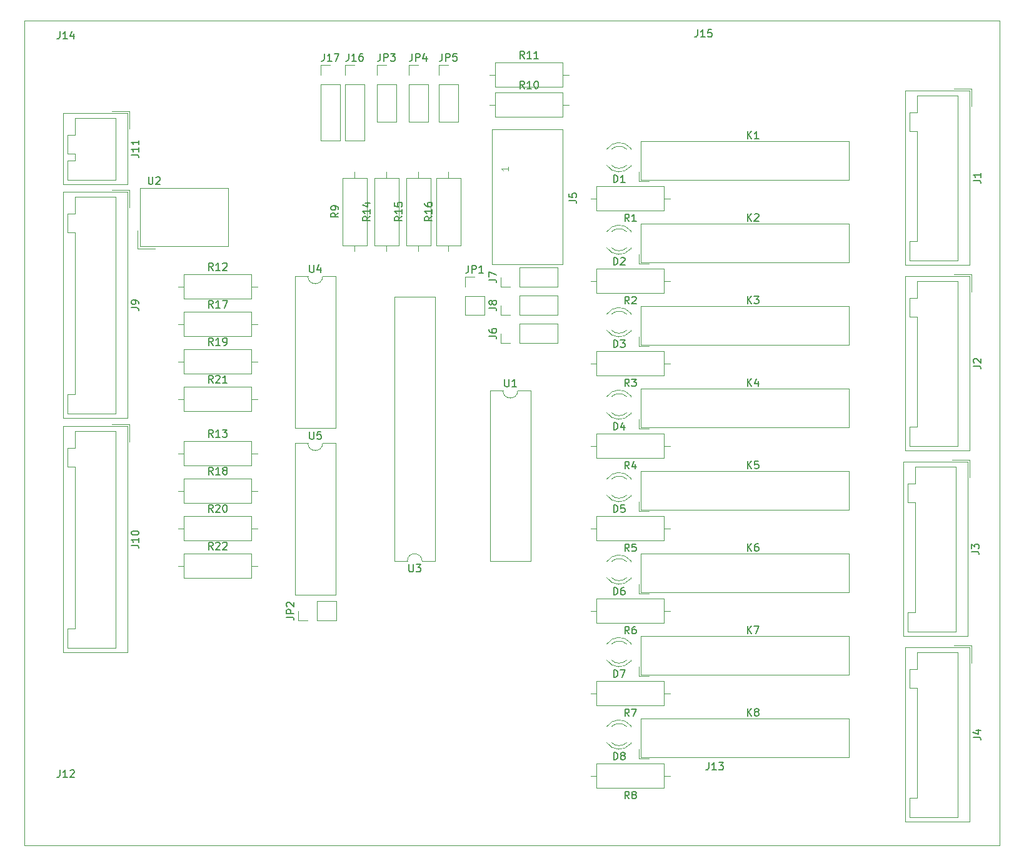
<source format=gbr>
G04 #@! TF.GenerationSoftware,KiCad,Pcbnew,(5.1.4)-1*
G04 #@! TF.CreationDate,2019-10-02T08:10:23+02:00*
G04 #@! TF.ProjectId,I2C_IO,4932435f-494f-42e6-9b69-6361645f7063,rev?*
G04 #@! TF.SameCoordinates,Original*
G04 #@! TF.FileFunction,Legend,Top*
G04 #@! TF.FilePolarity,Positive*
%FSLAX46Y46*%
G04 Gerber Fmt 4.6, Leading zero omitted, Abs format (unit mm)*
G04 Created by KiCad (PCBNEW (5.1.4)-1) date 2019-10-02 08:10:23*
%MOMM*%
%LPD*%
G04 APERTURE LIST*
%ADD10C,0.050000*%
%ADD11C,0.120000*%
%ADD12C,0.150000*%
G04 APERTURE END LIST*
D10*
X132080000Y-35560000D02*
X264160000Y-35560000D01*
X132080000Y-147320000D02*
X132080000Y-35560000D01*
X264160000Y-147320000D02*
X132080000Y-147320000D01*
X264160000Y-35560000D02*
X264160000Y-147320000D01*
D11*
X172152000Y-41596000D02*
X173482000Y-41596000D01*
X172152000Y-42926000D02*
X172152000Y-41596000D01*
X172152000Y-44196000D02*
X174812000Y-44196000D01*
X174812000Y-44196000D02*
X174812000Y-51876000D01*
X172152000Y-44196000D02*
X172152000Y-51876000D01*
X172152000Y-51876000D02*
X174812000Y-51876000D01*
X175454000Y-41596000D02*
X176784000Y-41596000D01*
X175454000Y-42926000D02*
X175454000Y-41596000D01*
X175454000Y-44196000D02*
X178114000Y-44196000D01*
X178114000Y-44196000D02*
X178114000Y-51876000D01*
X175454000Y-44196000D02*
X175454000Y-51876000D01*
X175454000Y-51876000D02*
X178114000Y-51876000D01*
X146292000Y-47844000D02*
X146292000Y-50254000D01*
X143882000Y-47844000D02*
X146292000Y-47844000D01*
X144382000Y-57154000D02*
X144382000Y-48754000D01*
X137882000Y-57154000D02*
X144382000Y-57154000D01*
X137882000Y-54554000D02*
X137882000Y-57154000D01*
X138882000Y-54554000D02*
X137882000Y-54554000D01*
X138882000Y-53654000D02*
X138882000Y-54554000D01*
X137882000Y-53654000D02*
X138882000Y-53654000D01*
X137882000Y-51054000D02*
X137882000Y-53654000D01*
X138882000Y-51054000D02*
X137882000Y-51054000D01*
X138882000Y-48754000D02*
X138882000Y-51054000D01*
X144382000Y-48754000D02*
X138882000Y-48754000D01*
X145992000Y-57764000D02*
X145992000Y-48144000D01*
X137272000Y-57764000D02*
X145992000Y-57764000D01*
X137272000Y-48144000D02*
X137272000Y-57764000D01*
X145992000Y-48144000D02*
X137272000Y-48144000D01*
X172450000Y-92844000D02*
G75*
G02X170450000Y-92844000I-1000000J0D01*
G01*
X174220000Y-92844000D02*
X172450000Y-92844000D01*
X174220000Y-113404000D02*
X174220000Y-92844000D01*
X168680000Y-113404000D02*
X174220000Y-113404000D01*
X168680000Y-92844000D02*
X168680000Y-113404000D01*
X170450000Y-92844000D02*
X168680000Y-92844000D01*
X172450000Y-70238000D02*
G75*
G02X170450000Y-70238000I-1000000J0D01*
G01*
X174220000Y-70238000D02*
X172450000Y-70238000D01*
X174220000Y-90798000D02*
X174220000Y-70238000D01*
X168680000Y-90798000D02*
X174220000Y-90798000D01*
X168680000Y-70238000D02*
X168680000Y-90798000D01*
X170450000Y-70238000D02*
X168680000Y-70238000D01*
X183912000Y-108832000D02*
G75*
G02X185912000Y-108832000I1000000J0D01*
G01*
X182142000Y-108832000D02*
X183912000Y-108832000D01*
X182142000Y-73032000D02*
X182142000Y-108832000D01*
X187682000Y-73032000D02*
X182142000Y-73032000D01*
X187682000Y-108832000D02*
X187682000Y-73032000D01*
X185912000Y-108832000D02*
X187682000Y-108832000D01*
X147710000Y-66128000D02*
X147710000Y-58278000D01*
X147710000Y-58278000D02*
X159650000Y-58278000D01*
X159650000Y-58278000D02*
X159650000Y-66128000D01*
X159650000Y-66128000D02*
X147710000Y-66128000D01*
X147380000Y-64008000D02*
X147380000Y-66458000D01*
X147380000Y-66458000D02*
X149710000Y-66458000D01*
X198866000Y-85732000D02*
G75*
G02X196866000Y-85732000I-1000000J0D01*
G01*
X200636000Y-85732000D02*
X198866000Y-85732000D01*
X200636000Y-108832000D02*
X200636000Y-85732000D01*
X195096000Y-108832000D02*
X200636000Y-108832000D01*
X195096000Y-85732000D02*
X195096000Y-108832000D01*
X196866000Y-85732000D02*
X195096000Y-85732000D01*
X163612000Y-109474000D02*
X162802000Y-109474000D01*
X152872000Y-109474000D02*
X153682000Y-109474000D01*
X162802000Y-107814000D02*
X153682000Y-107814000D01*
X162802000Y-111134000D02*
X162802000Y-107814000D01*
X153682000Y-111134000D02*
X162802000Y-111134000D01*
X153682000Y-107814000D02*
X153682000Y-111134000D01*
X163612000Y-86868000D02*
X162802000Y-86868000D01*
X152872000Y-86868000D02*
X153682000Y-86868000D01*
X162802000Y-85208000D02*
X153682000Y-85208000D01*
X162802000Y-88528000D02*
X162802000Y-85208000D01*
X153682000Y-88528000D02*
X162802000Y-88528000D01*
X153682000Y-85208000D02*
X153682000Y-88528000D01*
X163612000Y-104394000D02*
X162802000Y-104394000D01*
X152872000Y-104394000D02*
X153682000Y-104394000D01*
X162802000Y-102734000D02*
X153682000Y-102734000D01*
X162802000Y-106054000D02*
X162802000Y-102734000D01*
X153682000Y-106054000D02*
X162802000Y-106054000D01*
X153682000Y-102734000D02*
X153682000Y-106054000D01*
X163612000Y-81788000D02*
X162802000Y-81788000D01*
X152872000Y-81788000D02*
X153682000Y-81788000D01*
X162802000Y-80128000D02*
X153682000Y-80128000D01*
X162802000Y-83448000D02*
X162802000Y-80128000D01*
X153682000Y-83448000D02*
X162802000Y-83448000D01*
X153682000Y-80128000D02*
X153682000Y-83448000D01*
X163612000Y-99314000D02*
X162802000Y-99314000D01*
X152872000Y-99314000D02*
X153682000Y-99314000D01*
X162802000Y-97654000D02*
X153682000Y-97654000D01*
X162802000Y-100974000D02*
X162802000Y-97654000D01*
X153682000Y-100974000D02*
X162802000Y-100974000D01*
X153682000Y-97654000D02*
X153682000Y-100974000D01*
X163612000Y-76708000D02*
X162802000Y-76708000D01*
X152872000Y-76708000D02*
X153682000Y-76708000D01*
X162802000Y-75048000D02*
X153682000Y-75048000D01*
X162802000Y-78368000D02*
X162802000Y-75048000D01*
X153682000Y-78368000D02*
X162802000Y-78368000D01*
X153682000Y-75048000D02*
X153682000Y-78368000D01*
X189484000Y-56098000D02*
X189484000Y-56908000D01*
X189484000Y-66838000D02*
X189484000Y-66028000D01*
X187824000Y-56908000D02*
X187824000Y-66028000D01*
X191144000Y-56908000D02*
X187824000Y-56908000D01*
X191144000Y-66028000D02*
X191144000Y-56908000D01*
X187824000Y-66028000D02*
X191144000Y-66028000D01*
X185420000Y-56098000D02*
X185420000Y-56908000D01*
X185420000Y-66838000D02*
X185420000Y-66028000D01*
X183760000Y-56908000D02*
X183760000Y-66028000D01*
X187080000Y-56908000D02*
X183760000Y-56908000D01*
X187080000Y-66028000D02*
X187080000Y-56908000D01*
X183760000Y-66028000D02*
X187080000Y-66028000D01*
X181102000Y-56098000D02*
X181102000Y-56908000D01*
X181102000Y-66838000D02*
X181102000Y-66028000D01*
X179442000Y-56908000D02*
X179442000Y-66028000D01*
X182762000Y-56908000D02*
X179442000Y-56908000D01*
X182762000Y-66028000D02*
X182762000Y-56908000D01*
X179442000Y-66028000D02*
X182762000Y-66028000D01*
X163612000Y-94234000D02*
X162802000Y-94234000D01*
X152872000Y-94234000D02*
X153682000Y-94234000D01*
X162802000Y-92574000D02*
X153682000Y-92574000D01*
X162802000Y-95894000D02*
X162802000Y-92574000D01*
X153682000Y-95894000D02*
X162802000Y-95894000D01*
X153682000Y-92574000D02*
X153682000Y-95894000D01*
X163612000Y-71628000D02*
X162802000Y-71628000D01*
X152872000Y-71628000D02*
X153682000Y-71628000D01*
X162802000Y-69968000D02*
X153682000Y-69968000D01*
X162802000Y-73288000D02*
X162802000Y-69968000D01*
X153682000Y-73288000D02*
X162802000Y-73288000D01*
X153682000Y-69968000D02*
X153682000Y-73288000D01*
X205776000Y-42926000D02*
X204966000Y-42926000D01*
X195036000Y-42926000D02*
X195846000Y-42926000D01*
X204966000Y-41266000D02*
X195846000Y-41266000D01*
X204966000Y-44586000D02*
X204966000Y-41266000D01*
X195846000Y-44586000D02*
X204966000Y-44586000D01*
X195846000Y-41266000D02*
X195846000Y-44586000D01*
X205776000Y-46990000D02*
X204966000Y-46990000D01*
X195036000Y-46990000D02*
X195846000Y-46990000D01*
X204966000Y-45330000D02*
X195846000Y-45330000D01*
X204966000Y-48650000D02*
X204966000Y-45330000D01*
X195846000Y-48650000D02*
X204966000Y-48650000D01*
X195846000Y-45330000D02*
X195846000Y-48650000D01*
X176784000Y-56098000D02*
X176784000Y-56908000D01*
X176784000Y-66838000D02*
X176784000Y-66028000D01*
X175124000Y-56908000D02*
X175124000Y-66028000D01*
X178444000Y-56908000D02*
X175124000Y-56908000D01*
X178444000Y-66028000D02*
X178444000Y-56908000D01*
X175124000Y-66028000D02*
X178444000Y-66028000D01*
X208752000Y-137922000D02*
X209562000Y-137922000D01*
X219492000Y-137922000D02*
X218682000Y-137922000D01*
X209562000Y-139582000D02*
X218682000Y-139582000D01*
X209562000Y-136262000D02*
X209562000Y-139582000D01*
X218682000Y-136262000D02*
X209562000Y-136262000D01*
X218682000Y-139582000D02*
X218682000Y-136262000D01*
X208752000Y-126746000D02*
X209562000Y-126746000D01*
X219492000Y-126746000D02*
X218682000Y-126746000D01*
X209562000Y-128406000D02*
X218682000Y-128406000D01*
X209562000Y-125086000D02*
X209562000Y-128406000D01*
X218682000Y-125086000D02*
X209562000Y-125086000D01*
X218682000Y-128406000D02*
X218682000Y-125086000D01*
X208752000Y-115570000D02*
X209562000Y-115570000D01*
X219492000Y-115570000D02*
X218682000Y-115570000D01*
X209562000Y-117230000D02*
X218682000Y-117230000D01*
X209562000Y-113910000D02*
X209562000Y-117230000D01*
X218682000Y-113910000D02*
X209562000Y-113910000D01*
X218682000Y-117230000D02*
X218682000Y-113910000D01*
X208752000Y-104394000D02*
X209562000Y-104394000D01*
X219492000Y-104394000D02*
X218682000Y-104394000D01*
X209562000Y-106054000D02*
X218682000Y-106054000D01*
X209562000Y-102734000D02*
X209562000Y-106054000D01*
X218682000Y-102734000D02*
X209562000Y-102734000D01*
X218682000Y-106054000D02*
X218682000Y-102734000D01*
X208752000Y-93218000D02*
X209562000Y-93218000D01*
X219492000Y-93218000D02*
X218682000Y-93218000D01*
X209562000Y-94878000D02*
X218682000Y-94878000D01*
X209562000Y-91558000D02*
X209562000Y-94878000D01*
X218682000Y-91558000D02*
X209562000Y-91558000D01*
X218682000Y-94878000D02*
X218682000Y-91558000D01*
X208752000Y-82042000D02*
X209562000Y-82042000D01*
X219492000Y-82042000D02*
X218682000Y-82042000D01*
X209562000Y-83702000D02*
X218682000Y-83702000D01*
X209562000Y-80382000D02*
X209562000Y-83702000D01*
X218682000Y-80382000D02*
X209562000Y-80382000D01*
X218682000Y-83702000D02*
X218682000Y-80382000D01*
X208752000Y-70866000D02*
X209562000Y-70866000D01*
X219492000Y-70866000D02*
X218682000Y-70866000D01*
X209562000Y-72526000D02*
X218682000Y-72526000D01*
X209562000Y-69206000D02*
X209562000Y-72526000D01*
X218682000Y-69206000D02*
X209562000Y-69206000D01*
X218682000Y-72526000D02*
X218682000Y-69206000D01*
X208752000Y-59690000D02*
X209562000Y-59690000D01*
X219492000Y-59690000D02*
X218682000Y-59690000D01*
X209562000Y-61350000D02*
X218682000Y-61350000D01*
X209562000Y-58030000D02*
X209562000Y-61350000D01*
X218682000Y-58030000D02*
X209562000Y-58030000D01*
X218682000Y-61350000D02*
X218682000Y-58030000D01*
X215522000Y-130172000D02*
X243722000Y-130172000D01*
X243722000Y-130172000D02*
X243722000Y-135372000D01*
X243722000Y-135372000D02*
X215522000Y-135372000D01*
X215522000Y-135372000D02*
X215522000Y-130172000D01*
X216622000Y-135572000D02*
X215322000Y-135572000D01*
X215322000Y-135572000D02*
X215322000Y-134272000D01*
X215522000Y-118996000D02*
X243722000Y-118996000D01*
X243722000Y-118996000D02*
X243722000Y-124196000D01*
X243722000Y-124196000D02*
X215522000Y-124196000D01*
X215522000Y-124196000D02*
X215522000Y-118996000D01*
X216622000Y-124396000D02*
X215322000Y-124396000D01*
X215322000Y-124396000D02*
X215322000Y-123096000D01*
X215522000Y-107820000D02*
X243722000Y-107820000D01*
X243722000Y-107820000D02*
X243722000Y-113020000D01*
X243722000Y-113020000D02*
X215522000Y-113020000D01*
X215522000Y-113020000D02*
X215522000Y-107820000D01*
X216622000Y-113220000D02*
X215322000Y-113220000D01*
X215322000Y-113220000D02*
X215322000Y-111920000D01*
X215522000Y-96644000D02*
X243722000Y-96644000D01*
X243722000Y-96644000D02*
X243722000Y-101844000D01*
X243722000Y-101844000D02*
X215522000Y-101844000D01*
X215522000Y-101844000D02*
X215522000Y-96644000D01*
X216622000Y-102044000D02*
X215322000Y-102044000D01*
X215322000Y-102044000D02*
X215322000Y-100744000D01*
X215522000Y-85468000D02*
X243722000Y-85468000D01*
X243722000Y-85468000D02*
X243722000Y-90668000D01*
X243722000Y-90668000D02*
X215522000Y-90668000D01*
X215522000Y-90668000D02*
X215522000Y-85468000D01*
X216622000Y-90868000D02*
X215322000Y-90868000D01*
X215322000Y-90868000D02*
X215322000Y-89568000D01*
X215522000Y-74292000D02*
X243722000Y-74292000D01*
X243722000Y-74292000D02*
X243722000Y-79492000D01*
X243722000Y-79492000D02*
X215522000Y-79492000D01*
X215522000Y-79492000D02*
X215522000Y-74292000D01*
X216622000Y-79692000D02*
X215322000Y-79692000D01*
X215322000Y-79692000D02*
X215322000Y-78392000D01*
X215522000Y-63116000D02*
X243722000Y-63116000D01*
X243722000Y-63116000D02*
X243722000Y-68316000D01*
X243722000Y-68316000D02*
X215522000Y-68316000D01*
X215522000Y-68316000D02*
X215522000Y-63116000D01*
X216622000Y-68516000D02*
X215322000Y-68516000D01*
X215322000Y-68516000D02*
X215322000Y-67216000D01*
X215522000Y-51940000D02*
X243722000Y-51940000D01*
X243722000Y-51940000D02*
X243722000Y-57140000D01*
X243722000Y-57140000D02*
X215522000Y-57140000D01*
X215522000Y-57140000D02*
X215522000Y-51940000D01*
X216622000Y-57340000D02*
X215322000Y-57340000D01*
X215322000Y-57340000D02*
X215322000Y-56040000D01*
X188154000Y-41596000D02*
X189484000Y-41596000D01*
X188154000Y-42926000D02*
X188154000Y-41596000D01*
X188154000Y-44196000D02*
X190814000Y-44196000D01*
X190814000Y-44196000D02*
X190814000Y-49336000D01*
X188154000Y-44196000D02*
X188154000Y-49336000D01*
X188154000Y-49336000D02*
X190814000Y-49336000D01*
X184090000Y-41596000D02*
X185420000Y-41596000D01*
X184090000Y-42926000D02*
X184090000Y-41596000D01*
X184090000Y-44196000D02*
X186750000Y-44196000D01*
X186750000Y-44196000D02*
X186750000Y-49336000D01*
X184090000Y-44196000D02*
X184090000Y-49336000D01*
X184090000Y-49336000D02*
X186750000Y-49336000D01*
X179772000Y-41596000D02*
X181102000Y-41596000D01*
X179772000Y-42926000D02*
X179772000Y-41596000D01*
X179772000Y-44196000D02*
X182432000Y-44196000D01*
X182432000Y-44196000D02*
X182432000Y-49336000D01*
X179772000Y-44196000D02*
X179772000Y-49336000D01*
X179772000Y-49336000D02*
X182432000Y-49336000D01*
X169104000Y-116900000D02*
X169104000Y-115570000D01*
X170434000Y-116900000D02*
X169104000Y-116900000D01*
X171704000Y-116900000D02*
X171704000Y-114240000D01*
X171704000Y-114240000D02*
X174304000Y-114240000D01*
X171704000Y-116900000D02*
X174304000Y-116900000D01*
X174304000Y-116900000D02*
X174304000Y-114240000D01*
X191710000Y-70298000D02*
X193040000Y-70298000D01*
X191710000Y-71628000D02*
X191710000Y-70298000D01*
X191710000Y-72898000D02*
X194370000Y-72898000D01*
X194370000Y-72898000D02*
X194370000Y-75498000D01*
X191710000Y-72898000D02*
X191710000Y-75498000D01*
X191710000Y-75498000D02*
X194370000Y-75498000D01*
X146292000Y-90262000D02*
X146292000Y-92672000D01*
X143882000Y-90262000D02*
X146292000Y-90262000D01*
X144382000Y-120572000D02*
X144382000Y-91172000D01*
X137882000Y-120572000D02*
X144382000Y-120572000D01*
X137882000Y-117972000D02*
X137882000Y-120572000D01*
X138882000Y-117972000D02*
X137882000Y-117972000D01*
X138882000Y-96072000D02*
X138882000Y-117972000D01*
X137882000Y-96072000D02*
X138882000Y-96072000D01*
X137882000Y-93472000D02*
X137882000Y-96072000D01*
X138882000Y-93472000D02*
X137882000Y-93472000D01*
X138882000Y-91172000D02*
X138882000Y-93472000D01*
X144382000Y-91172000D02*
X138882000Y-91172000D01*
X145992000Y-121182000D02*
X145992000Y-90562000D01*
X137272000Y-121182000D02*
X145992000Y-121182000D01*
X137272000Y-90562000D02*
X137272000Y-121182000D01*
X145992000Y-90562000D02*
X137272000Y-90562000D01*
X146292000Y-58512000D02*
X146292000Y-60922000D01*
X143882000Y-58512000D02*
X146292000Y-58512000D01*
X144382000Y-88822000D02*
X144382000Y-59422000D01*
X137882000Y-88822000D02*
X144382000Y-88822000D01*
X137882000Y-86222000D02*
X137882000Y-88822000D01*
X138882000Y-86222000D02*
X137882000Y-86222000D01*
X138882000Y-64322000D02*
X138882000Y-86222000D01*
X137882000Y-64322000D02*
X138882000Y-64322000D01*
X137882000Y-61722000D02*
X137882000Y-64322000D01*
X138882000Y-61722000D02*
X137882000Y-61722000D01*
X138882000Y-59422000D02*
X138882000Y-61722000D01*
X144382000Y-59422000D02*
X138882000Y-59422000D01*
X145992000Y-89432000D02*
X145992000Y-58812000D01*
X137272000Y-89432000D02*
X145992000Y-89432000D01*
X137272000Y-58812000D02*
X137272000Y-89432000D01*
X145992000Y-58812000D02*
X137272000Y-58812000D01*
X196536000Y-75498000D02*
X196536000Y-74168000D01*
X197866000Y-75498000D02*
X196536000Y-75498000D01*
X199136000Y-75498000D02*
X199136000Y-72838000D01*
X199136000Y-72838000D02*
X204276000Y-72838000D01*
X199136000Y-75498000D02*
X204276000Y-75498000D01*
X204276000Y-75498000D02*
X204276000Y-72838000D01*
X196536000Y-71688000D02*
X196536000Y-70358000D01*
X197866000Y-71688000D02*
X196536000Y-71688000D01*
X199136000Y-71688000D02*
X199136000Y-69028000D01*
X199136000Y-69028000D02*
X204276000Y-69028000D01*
X199136000Y-71688000D02*
X204276000Y-71688000D01*
X204276000Y-71688000D02*
X204276000Y-69028000D01*
X196536000Y-79308000D02*
X196536000Y-77978000D01*
X197866000Y-79308000D02*
X196536000Y-79308000D01*
X199136000Y-79308000D02*
X199136000Y-76648000D01*
X199136000Y-76648000D02*
X204276000Y-76648000D01*
X199136000Y-79308000D02*
X204276000Y-79308000D01*
X204276000Y-79308000D02*
X204276000Y-76648000D01*
X195352000Y-50296000D02*
X204952000Y-50296000D01*
X195352000Y-68576000D02*
X195352000Y-50296000D01*
X204952000Y-68576000D02*
X195352000Y-68576000D01*
X204952000Y-50296000D02*
X204952000Y-68576000D01*
X260338000Y-120234000D02*
X260338000Y-122644000D01*
X257928000Y-120234000D02*
X260338000Y-120234000D01*
X258428000Y-143544000D02*
X258428000Y-121144000D01*
X251928000Y-143544000D02*
X258428000Y-143544000D01*
X251928000Y-140944000D02*
X251928000Y-143544000D01*
X252928000Y-140944000D02*
X251928000Y-140944000D01*
X252928000Y-126044000D02*
X252928000Y-140944000D01*
X251928000Y-126044000D02*
X252928000Y-126044000D01*
X251928000Y-123444000D02*
X251928000Y-126044000D01*
X252928000Y-123444000D02*
X251928000Y-123444000D01*
X252928000Y-121144000D02*
X252928000Y-123444000D01*
X258428000Y-121144000D02*
X252928000Y-121144000D01*
X260038000Y-144154000D02*
X260038000Y-120534000D01*
X251318000Y-144154000D02*
X260038000Y-144154000D01*
X251318000Y-120534000D02*
X251318000Y-144154000D01*
X260038000Y-120534000D02*
X251318000Y-120534000D01*
X260084000Y-95088000D02*
X260084000Y-97498000D01*
X257674000Y-95088000D02*
X260084000Y-95088000D01*
X258174000Y-118398000D02*
X258174000Y-95998000D01*
X251674000Y-118398000D02*
X258174000Y-118398000D01*
X251674000Y-115798000D02*
X251674000Y-118398000D01*
X252674000Y-115798000D02*
X251674000Y-115798000D01*
X252674000Y-100898000D02*
X252674000Y-115798000D01*
X251674000Y-100898000D02*
X252674000Y-100898000D01*
X251674000Y-98298000D02*
X251674000Y-100898000D01*
X252674000Y-98298000D02*
X251674000Y-98298000D01*
X252674000Y-95998000D02*
X252674000Y-98298000D01*
X258174000Y-95998000D02*
X252674000Y-95998000D01*
X259784000Y-119008000D02*
X259784000Y-95388000D01*
X251064000Y-119008000D02*
X259784000Y-119008000D01*
X251064000Y-95388000D02*
X251064000Y-119008000D01*
X259784000Y-95388000D02*
X251064000Y-95388000D01*
X260338000Y-69942000D02*
X260338000Y-72352000D01*
X257928000Y-69942000D02*
X260338000Y-69942000D01*
X258428000Y-93252000D02*
X258428000Y-70852000D01*
X251928000Y-93252000D02*
X258428000Y-93252000D01*
X251928000Y-90652000D02*
X251928000Y-93252000D01*
X252928000Y-90652000D02*
X251928000Y-90652000D01*
X252928000Y-75752000D02*
X252928000Y-90652000D01*
X251928000Y-75752000D02*
X252928000Y-75752000D01*
X251928000Y-73152000D02*
X251928000Y-75752000D01*
X252928000Y-73152000D02*
X251928000Y-73152000D01*
X252928000Y-70852000D02*
X252928000Y-73152000D01*
X258428000Y-70852000D02*
X252928000Y-70852000D01*
X260038000Y-93862000D02*
X260038000Y-70242000D01*
X251318000Y-93862000D02*
X260038000Y-93862000D01*
X251318000Y-70242000D02*
X251318000Y-93862000D01*
X260038000Y-70242000D02*
X251318000Y-70242000D01*
X260338000Y-44796000D02*
X260338000Y-47206000D01*
X257928000Y-44796000D02*
X260338000Y-44796000D01*
X258428000Y-68106000D02*
X258428000Y-45706000D01*
X251928000Y-68106000D02*
X258428000Y-68106000D01*
X251928000Y-65506000D02*
X251928000Y-68106000D01*
X252928000Y-65506000D02*
X251928000Y-65506000D01*
X252928000Y-50606000D02*
X252928000Y-65506000D01*
X251928000Y-50606000D02*
X252928000Y-50606000D01*
X251928000Y-48006000D02*
X251928000Y-50606000D01*
X252928000Y-48006000D02*
X251928000Y-48006000D01*
X252928000Y-45706000D02*
X252928000Y-48006000D01*
X258428000Y-45706000D02*
X252928000Y-45706000D01*
X260038000Y-68716000D02*
X260038000Y-45096000D01*
X251318000Y-68716000D02*
X260038000Y-68716000D01*
X251318000Y-45096000D02*
X251318000Y-68716000D01*
X260038000Y-45096000D02*
X251318000Y-45096000D01*
X214158000Y-131254000D02*
X214158000Y-131098000D01*
X214158000Y-133570000D02*
X214158000Y-133414000D01*
X211556870Y-131254163D02*
G75*
G02X213638961Y-131254000I1041130J-1079837D01*
G01*
X211556870Y-133413837D02*
G75*
G03X213638961Y-133414000I1041130J1079837D01*
G01*
X210925665Y-131255392D02*
G75*
G02X214158000Y-131098484I1672335J-1078608D01*
G01*
X210925665Y-133412608D02*
G75*
G03X214158000Y-133569516I1672335J1078608D01*
G01*
X214158000Y-120078000D02*
X214158000Y-119922000D01*
X214158000Y-122394000D02*
X214158000Y-122238000D01*
X211556870Y-120078163D02*
G75*
G02X213638961Y-120078000I1041130J-1079837D01*
G01*
X211556870Y-122237837D02*
G75*
G03X213638961Y-122238000I1041130J1079837D01*
G01*
X210925665Y-120079392D02*
G75*
G02X214158000Y-119922484I1672335J-1078608D01*
G01*
X210925665Y-122236608D02*
G75*
G03X214158000Y-122393516I1672335J1078608D01*
G01*
X214158000Y-108902000D02*
X214158000Y-108746000D01*
X214158000Y-111218000D02*
X214158000Y-111062000D01*
X211556870Y-108902163D02*
G75*
G02X213638961Y-108902000I1041130J-1079837D01*
G01*
X211556870Y-111061837D02*
G75*
G03X213638961Y-111062000I1041130J1079837D01*
G01*
X210925665Y-108903392D02*
G75*
G02X214158000Y-108746484I1672335J-1078608D01*
G01*
X210925665Y-111060608D02*
G75*
G03X214158000Y-111217516I1672335J1078608D01*
G01*
X214158000Y-97726000D02*
X214158000Y-97570000D01*
X214158000Y-100042000D02*
X214158000Y-99886000D01*
X211556870Y-97726163D02*
G75*
G02X213638961Y-97726000I1041130J-1079837D01*
G01*
X211556870Y-99885837D02*
G75*
G03X213638961Y-99886000I1041130J1079837D01*
G01*
X210925665Y-97727392D02*
G75*
G02X214158000Y-97570484I1672335J-1078608D01*
G01*
X210925665Y-99884608D02*
G75*
G03X214158000Y-100041516I1672335J1078608D01*
G01*
X214158000Y-86550000D02*
X214158000Y-86394000D01*
X214158000Y-88866000D02*
X214158000Y-88710000D01*
X211556870Y-86550163D02*
G75*
G02X213638961Y-86550000I1041130J-1079837D01*
G01*
X211556870Y-88709837D02*
G75*
G03X213638961Y-88710000I1041130J1079837D01*
G01*
X210925665Y-86551392D02*
G75*
G02X214158000Y-86394484I1672335J-1078608D01*
G01*
X210925665Y-88708608D02*
G75*
G03X214158000Y-88865516I1672335J1078608D01*
G01*
X214158000Y-75374000D02*
X214158000Y-75218000D01*
X214158000Y-77690000D02*
X214158000Y-77534000D01*
X211556870Y-75374163D02*
G75*
G02X213638961Y-75374000I1041130J-1079837D01*
G01*
X211556870Y-77533837D02*
G75*
G03X213638961Y-77534000I1041130J1079837D01*
G01*
X210925665Y-75375392D02*
G75*
G02X214158000Y-75218484I1672335J-1078608D01*
G01*
X210925665Y-77532608D02*
G75*
G03X214158000Y-77689516I1672335J1078608D01*
G01*
X214158000Y-64198000D02*
X214158000Y-64042000D01*
X214158000Y-66514000D02*
X214158000Y-66358000D01*
X211556870Y-64198163D02*
G75*
G02X213638961Y-64198000I1041130J-1079837D01*
G01*
X211556870Y-66357837D02*
G75*
G03X213638961Y-66358000I1041130J1079837D01*
G01*
X210925665Y-64199392D02*
G75*
G02X214158000Y-64042484I1672335J-1078608D01*
G01*
X210925665Y-66356608D02*
G75*
G03X214158000Y-66513516I1672335J1078608D01*
G01*
X214158000Y-53022000D02*
X214158000Y-52866000D01*
X214158000Y-55338000D02*
X214158000Y-55182000D01*
X211556870Y-53022163D02*
G75*
G02X213638961Y-53022000I1041130J-1079837D01*
G01*
X211556870Y-55181837D02*
G75*
G03X213638961Y-55182000I1041130J1079837D01*
G01*
X210925665Y-53023392D02*
G75*
G02X214158000Y-52866484I1672335J-1078608D01*
G01*
X210925665Y-55180608D02*
G75*
G03X214158000Y-55337516I1672335J1078608D01*
G01*
D12*
X172672476Y-40048380D02*
X172672476Y-40762666D01*
X172624857Y-40905523D01*
X172529619Y-41000761D01*
X172386761Y-41048380D01*
X172291523Y-41048380D01*
X173672476Y-41048380D02*
X173101047Y-41048380D01*
X173386761Y-41048380D02*
X173386761Y-40048380D01*
X173291523Y-40191238D01*
X173196285Y-40286476D01*
X173101047Y-40334095D01*
X174005809Y-40048380D02*
X174672476Y-40048380D01*
X174243904Y-41048380D01*
X175974476Y-40048380D02*
X175974476Y-40762666D01*
X175926857Y-40905523D01*
X175831619Y-41000761D01*
X175688761Y-41048380D01*
X175593523Y-41048380D01*
X176974476Y-41048380D02*
X176403047Y-41048380D01*
X176688761Y-41048380D02*
X176688761Y-40048380D01*
X176593523Y-40191238D01*
X176498285Y-40286476D01*
X176403047Y-40334095D01*
X177831619Y-40048380D02*
X177641142Y-40048380D01*
X177545904Y-40096000D01*
X177498285Y-40143619D01*
X177403047Y-40286476D01*
X177355428Y-40476952D01*
X177355428Y-40857904D01*
X177403047Y-40953142D01*
X177450666Y-41000761D01*
X177545904Y-41048380D01*
X177736380Y-41048380D01*
X177831619Y-41000761D01*
X177879238Y-40953142D01*
X177926857Y-40857904D01*
X177926857Y-40619809D01*
X177879238Y-40524571D01*
X177831619Y-40476952D01*
X177736380Y-40429333D01*
X177545904Y-40429333D01*
X177450666Y-40476952D01*
X177403047Y-40524571D01*
X177355428Y-40619809D01*
X223218476Y-36800380D02*
X223218476Y-37514666D01*
X223170857Y-37657523D01*
X223075619Y-37752761D01*
X222932761Y-37800380D01*
X222837523Y-37800380D01*
X224218476Y-37800380D02*
X223647047Y-37800380D01*
X223932761Y-37800380D02*
X223932761Y-36800380D01*
X223837523Y-36943238D01*
X223742285Y-37038476D01*
X223647047Y-37086095D01*
X225123238Y-36800380D02*
X224647047Y-36800380D01*
X224599428Y-37276571D01*
X224647047Y-37228952D01*
X224742285Y-37181333D01*
X224980380Y-37181333D01*
X225075619Y-37228952D01*
X225123238Y-37276571D01*
X225170857Y-37371809D01*
X225170857Y-37609904D01*
X225123238Y-37705142D01*
X225075619Y-37752761D01*
X224980380Y-37800380D01*
X224742285Y-37800380D01*
X224647047Y-37752761D01*
X224599428Y-37705142D01*
X136858476Y-37054380D02*
X136858476Y-37768666D01*
X136810857Y-37911523D01*
X136715619Y-38006761D01*
X136572761Y-38054380D01*
X136477523Y-38054380D01*
X137858476Y-38054380D02*
X137287047Y-38054380D01*
X137572761Y-38054380D02*
X137572761Y-37054380D01*
X137477523Y-37197238D01*
X137382285Y-37292476D01*
X137287047Y-37340095D01*
X138715619Y-37387714D02*
X138715619Y-38054380D01*
X138477523Y-37006761D02*
X138239428Y-37721047D01*
X138858476Y-37721047D01*
X224742476Y-136114380D02*
X224742476Y-136828666D01*
X224694857Y-136971523D01*
X224599619Y-137066761D01*
X224456761Y-137114380D01*
X224361523Y-137114380D01*
X225742476Y-137114380D02*
X225171047Y-137114380D01*
X225456761Y-137114380D02*
X225456761Y-136114380D01*
X225361523Y-136257238D01*
X225266285Y-136352476D01*
X225171047Y-136400095D01*
X226075809Y-136114380D02*
X226694857Y-136114380D01*
X226361523Y-136495333D01*
X226504380Y-136495333D01*
X226599619Y-136542952D01*
X226647238Y-136590571D01*
X226694857Y-136685809D01*
X226694857Y-136923904D01*
X226647238Y-137019142D01*
X226599619Y-137066761D01*
X226504380Y-137114380D01*
X226218666Y-137114380D01*
X226123428Y-137066761D01*
X226075809Y-137019142D01*
X136858476Y-137130380D02*
X136858476Y-137844666D01*
X136810857Y-137987523D01*
X136715619Y-138082761D01*
X136572761Y-138130380D01*
X136477523Y-138130380D01*
X137858476Y-138130380D02*
X137287047Y-138130380D01*
X137572761Y-138130380D02*
X137572761Y-137130380D01*
X137477523Y-137273238D01*
X137382285Y-137368476D01*
X137287047Y-137416095D01*
X138239428Y-137225619D02*
X138287047Y-137178000D01*
X138382285Y-137130380D01*
X138620380Y-137130380D01*
X138715619Y-137178000D01*
X138763238Y-137225619D01*
X138810857Y-137320857D01*
X138810857Y-137416095D01*
X138763238Y-137558952D01*
X138191809Y-138130380D01*
X138810857Y-138130380D01*
X146534380Y-53763523D02*
X147248666Y-53763523D01*
X147391523Y-53811142D01*
X147486761Y-53906380D01*
X147534380Y-54049238D01*
X147534380Y-54144476D01*
X147534380Y-52763523D02*
X147534380Y-53334952D01*
X147534380Y-53049238D02*
X146534380Y-53049238D01*
X146677238Y-53144476D01*
X146772476Y-53239714D01*
X146820095Y-53334952D01*
X147534380Y-51811142D02*
X147534380Y-52382571D01*
X147534380Y-52096857D02*
X146534380Y-52096857D01*
X146677238Y-52192095D01*
X146772476Y-52287333D01*
X146820095Y-52382571D01*
X170688095Y-91296380D02*
X170688095Y-92105904D01*
X170735714Y-92201142D01*
X170783333Y-92248761D01*
X170878571Y-92296380D01*
X171069047Y-92296380D01*
X171164285Y-92248761D01*
X171211904Y-92201142D01*
X171259523Y-92105904D01*
X171259523Y-91296380D01*
X172211904Y-91296380D02*
X171735714Y-91296380D01*
X171688095Y-91772571D01*
X171735714Y-91724952D01*
X171830952Y-91677333D01*
X172069047Y-91677333D01*
X172164285Y-91724952D01*
X172211904Y-91772571D01*
X172259523Y-91867809D01*
X172259523Y-92105904D01*
X172211904Y-92201142D01*
X172164285Y-92248761D01*
X172069047Y-92296380D01*
X171830952Y-92296380D01*
X171735714Y-92248761D01*
X171688095Y-92201142D01*
X170688095Y-68690380D02*
X170688095Y-69499904D01*
X170735714Y-69595142D01*
X170783333Y-69642761D01*
X170878571Y-69690380D01*
X171069047Y-69690380D01*
X171164285Y-69642761D01*
X171211904Y-69595142D01*
X171259523Y-69499904D01*
X171259523Y-68690380D01*
X172164285Y-69023714D02*
X172164285Y-69690380D01*
X171926190Y-68642761D02*
X171688095Y-69357047D01*
X172307142Y-69357047D01*
X184150095Y-109284380D02*
X184150095Y-110093904D01*
X184197714Y-110189142D01*
X184245333Y-110236761D01*
X184340571Y-110284380D01*
X184531047Y-110284380D01*
X184626285Y-110236761D01*
X184673904Y-110189142D01*
X184721523Y-110093904D01*
X184721523Y-109284380D01*
X185102476Y-109284380D02*
X185721523Y-109284380D01*
X185388190Y-109665333D01*
X185531047Y-109665333D01*
X185626285Y-109712952D01*
X185673904Y-109760571D01*
X185721523Y-109855809D01*
X185721523Y-110093904D01*
X185673904Y-110189142D01*
X185626285Y-110236761D01*
X185531047Y-110284380D01*
X185245333Y-110284380D01*
X185150095Y-110236761D01*
X185102476Y-110189142D01*
X148868095Y-56750380D02*
X148868095Y-57559904D01*
X148915714Y-57655142D01*
X148963333Y-57702761D01*
X149058571Y-57750380D01*
X149249047Y-57750380D01*
X149344285Y-57702761D01*
X149391904Y-57655142D01*
X149439523Y-57559904D01*
X149439523Y-56750380D01*
X149868095Y-56845619D02*
X149915714Y-56798000D01*
X150010952Y-56750380D01*
X150249047Y-56750380D01*
X150344285Y-56798000D01*
X150391904Y-56845619D01*
X150439523Y-56940857D01*
X150439523Y-57036095D01*
X150391904Y-57178952D01*
X149820476Y-57750380D01*
X150439523Y-57750380D01*
X197104095Y-84184380D02*
X197104095Y-84993904D01*
X197151714Y-85089142D01*
X197199333Y-85136761D01*
X197294571Y-85184380D01*
X197485047Y-85184380D01*
X197580285Y-85136761D01*
X197627904Y-85089142D01*
X197675523Y-84993904D01*
X197675523Y-84184380D01*
X198675523Y-85184380D02*
X198104095Y-85184380D01*
X198389809Y-85184380D02*
X198389809Y-84184380D01*
X198294571Y-84327238D01*
X198199333Y-84422476D01*
X198104095Y-84470095D01*
X157599142Y-107266380D02*
X157265809Y-106790190D01*
X157027714Y-107266380D02*
X157027714Y-106266380D01*
X157408666Y-106266380D01*
X157503904Y-106314000D01*
X157551523Y-106361619D01*
X157599142Y-106456857D01*
X157599142Y-106599714D01*
X157551523Y-106694952D01*
X157503904Y-106742571D01*
X157408666Y-106790190D01*
X157027714Y-106790190D01*
X157980095Y-106361619D02*
X158027714Y-106314000D01*
X158122952Y-106266380D01*
X158361047Y-106266380D01*
X158456285Y-106314000D01*
X158503904Y-106361619D01*
X158551523Y-106456857D01*
X158551523Y-106552095D01*
X158503904Y-106694952D01*
X157932476Y-107266380D01*
X158551523Y-107266380D01*
X158932476Y-106361619D02*
X158980095Y-106314000D01*
X159075333Y-106266380D01*
X159313428Y-106266380D01*
X159408666Y-106314000D01*
X159456285Y-106361619D01*
X159503904Y-106456857D01*
X159503904Y-106552095D01*
X159456285Y-106694952D01*
X158884857Y-107266380D01*
X159503904Y-107266380D01*
X157599142Y-84660380D02*
X157265809Y-84184190D01*
X157027714Y-84660380D02*
X157027714Y-83660380D01*
X157408666Y-83660380D01*
X157503904Y-83708000D01*
X157551523Y-83755619D01*
X157599142Y-83850857D01*
X157599142Y-83993714D01*
X157551523Y-84088952D01*
X157503904Y-84136571D01*
X157408666Y-84184190D01*
X157027714Y-84184190D01*
X157980095Y-83755619D02*
X158027714Y-83708000D01*
X158122952Y-83660380D01*
X158361047Y-83660380D01*
X158456285Y-83708000D01*
X158503904Y-83755619D01*
X158551523Y-83850857D01*
X158551523Y-83946095D01*
X158503904Y-84088952D01*
X157932476Y-84660380D01*
X158551523Y-84660380D01*
X159503904Y-84660380D02*
X158932476Y-84660380D01*
X159218190Y-84660380D02*
X159218190Y-83660380D01*
X159122952Y-83803238D01*
X159027714Y-83898476D01*
X158932476Y-83946095D01*
X157599142Y-102186380D02*
X157265809Y-101710190D01*
X157027714Y-102186380D02*
X157027714Y-101186380D01*
X157408666Y-101186380D01*
X157503904Y-101234000D01*
X157551523Y-101281619D01*
X157599142Y-101376857D01*
X157599142Y-101519714D01*
X157551523Y-101614952D01*
X157503904Y-101662571D01*
X157408666Y-101710190D01*
X157027714Y-101710190D01*
X157980095Y-101281619D02*
X158027714Y-101234000D01*
X158122952Y-101186380D01*
X158361047Y-101186380D01*
X158456285Y-101234000D01*
X158503904Y-101281619D01*
X158551523Y-101376857D01*
X158551523Y-101472095D01*
X158503904Y-101614952D01*
X157932476Y-102186380D01*
X158551523Y-102186380D01*
X159170571Y-101186380D02*
X159265809Y-101186380D01*
X159361047Y-101234000D01*
X159408666Y-101281619D01*
X159456285Y-101376857D01*
X159503904Y-101567333D01*
X159503904Y-101805428D01*
X159456285Y-101995904D01*
X159408666Y-102091142D01*
X159361047Y-102138761D01*
X159265809Y-102186380D01*
X159170571Y-102186380D01*
X159075333Y-102138761D01*
X159027714Y-102091142D01*
X158980095Y-101995904D01*
X158932476Y-101805428D01*
X158932476Y-101567333D01*
X158980095Y-101376857D01*
X159027714Y-101281619D01*
X159075333Y-101234000D01*
X159170571Y-101186380D01*
X157599142Y-79580380D02*
X157265809Y-79104190D01*
X157027714Y-79580380D02*
X157027714Y-78580380D01*
X157408666Y-78580380D01*
X157503904Y-78628000D01*
X157551523Y-78675619D01*
X157599142Y-78770857D01*
X157599142Y-78913714D01*
X157551523Y-79008952D01*
X157503904Y-79056571D01*
X157408666Y-79104190D01*
X157027714Y-79104190D01*
X158551523Y-79580380D02*
X157980095Y-79580380D01*
X158265809Y-79580380D02*
X158265809Y-78580380D01*
X158170571Y-78723238D01*
X158075333Y-78818476D01*
X157980095Y-78866095D01*
X159027714Y-79580380D02*
X159218190Y-79580380D01*
X159313428Y-79532761D01*
X159361047Y-79485142D01*
X159456285Y-79342285D01*
X159503904Y-79151809D01*
X159503904Y-78770857D01*
X159456285Y-78675619D01*
X159408666Y-78628000D01*
X159313428Y-78580380D01*
X159122952Y-78580380D01*
X159027714Y-78628000D01*
X158980095Y-78675619D01*
X158932476Y-78770857D01*
X158932476Y-79008952D01*
X158980095Y-79104190D01*
X159027714Y-79151809D01*
X159122952Y-79199428D01*
X159313428Y-79199428D01*
X159408666Y-79151809D01*
X159456285Y-79104190D01*
X159503904Y-79008952D01*
X157599142Y-97106380D02*
X157265809Y-96630190D01*
X157027714Y-97106380D02*
X157027714Y-96106380D01*
X157408666Y-96106380D01*
X157503904Y-96154000D01*
X157551523Y-96201619D01*
X157599142Y-96296857D01*
X157599142Y-96439714D01*
X157551523Y-96534952D01*
X157503904Y-96582571D01*
X157408666Y-96630190D01*
X157027714Y-96630190D01*
X158551523Y-97106380D02*
X157980095Y-97106380D01*
X158265809Y-97106380D02*
X158265809Y-96106380D01*
X158170571Y-96249238D01*
X158075333Y-96344476D01*
X157980095Y-96392095D01*
X159122952Y-96534952D02*
X159027714Y-96487333D01*
X158980095Y-96439714D01*
X158932476Y-96344476D01*
X158932476Y-96296857D01*
X158980095Y-96201619D01*
X159027714Y-96154000D01*
X159122952Y-96106380D01*
X159313428Y-96106380D01*
X159408666Y-96154000D01*
X159456285Y-96201619D01*
X159503904Y-96296857D01*
X159503904Y-96344476D01*
X159456285Y-96439714D01*
X159408666Y-96487333D01*
X159313428Y-96534952D01*
X159122952Y-96534952D01*
X159027714Y-96582571D01*
X158980095Y-96630190D01*
X158932476Y-96725428D01*
X158932476Y-96915904D01*
X158980095Y-97011142D01*
X159027714Y-97058761D01*
X159122952Y-97106380D01*
X159313428Y-97106380D01*
X159408666Y-97058761D01*
X159456285Y-97011142D01*
X159503904Y-96915904D01*
X159503904Y-96725428D01*
X159456285Y-96630190D01*
X159408666Y-96582571D01*
X159313428Y-96534952D01*
X157599142Y-74500380D02*
X157265809Y-74024190D01*
X157027714Y-74500380D02*
X157027714Y-73500380D01*
X157408666Y-73500380D01*
X157503904Y-73548000D01*
X157551523Y-73595619D01*
X157599142Y-73690857D01*
X157599142Y-73833714D01*
X157551523Y-73928952D01*
X157503904Y-73976571D01*
X157408666Y-74024190D01*
X157027714Y-74024190D01*
X158551523Y-74500380D02*
X157980095Y-74500380D01*
X158265809Y-74500380D02*
X158265809Y-73500380D01*
X158170571Y-73643238D01*
X158075333Y-73738476D01*
X157980095Y-73786095D01*
X158884857Y-73500380D02*
X159551523Y-73500380D01*
X159122952Y-74500380D01*
X187276380Y-62110857D02*
X186800190Y-62444190D01*
X187276380Y-62682285D02*
X186276380Y-62682285D01*
X186276380Y-62301333D01*
X186324000Y-62206095D01*
X186371619Y-62158476D01*
X186466857Y-62110857D01*
X186609714Y-62110857D01*
X186704952Y-62158476D01*
X186752571Y-62206095D01*
X186800190Y-62301333D01*
X186800190Y-62682285D01*
X187276380Y-61158476D02*
X187276380Y-61729904D01*
X187276380Y-61444190D02*
X186276380Y-61444190D01*
X186419238Y-61539428D01*
X186514476Y-61634666D01*
X186562095Y-61729904D01*
X186276380Y-60301333D02*
X186276380Y-60491809D01*
X186324000Y-60587047D01*
X186371619Y-60634666D01*
X186514476Y-60729904D01*
X186704952Y-60777523D01*
X187085904Y-60777523D01*
X187181142Y-60729904D01*
X187228761Y-60682285D01*
X187276380Y-60587047D01*
X187276380Y-60396571D01*
X187228761Y-60301333D01*
X187181142Y-60253714D01*
X187085904Y-60206095D01*
X186847809Y-60206095D01*
X186752571Y-60253714D01*
X186704952Y-60301333D01*
X186657333Y-60396571D01*
X186657333Y-60587047D01*
X186704952Y-60682285D01*
X186752571Y-60729904D01*
X186847809Y-60777523D01*
X183212380Y-62110857D02*
X182736190Y-62444190D01*
X183212380Y-62682285D02*
X182212380Y-62682285D01*
X182212380Y-62301333D01*
X182260000Y-62206095D01*
X182307619Y-62158476D01*
X182402857Y-62110857D01*
X182545714Y-62110857D01*
X182640952Y-62158476D01*
X182688571Y-62206095D01*
X182736190Y-62301333D01*
X182736190Y-62682285D01*
X183212380Y-61158476D02*
X183212380Y-61729904D01*
X183212380Y-61444190D02*
X182212380Y-61444190D01*
X182355238Y-61539428D01*
X182450476Y-61634666D01*
X182498095Y-61729904D01*
X182212380Y-60253714D02*
X182212380Y-60729904D01*
X182688571Y-60777523D01*
X182640952Y-60729904D01*
X182593333Y-60634666D01*
X182593333Y-60396571D01*
X182640952Y-60301333D01*
X182688571Y-60253714D01*
X182783809Y-60206095D01*
X183021904Y-60206095D01*
X183117142Y-60253714D01*
X183164761Y-60301333D01*
X183212380Y-60396571D01*
X183212380Y-60634666D01*
X183164761Y-60729904D01*
X183117142Y-60777523D01*
X178894380Y-62110857D02*
X178418190Y-62444190D01*
X178894380Y-62682285D02*
X177894380Y-62682285D01*
X177894380Y-62301333D01*
X177942000Y-62206095D01*
X177989619Y-62158476D01*
X178084857Y-62110857D01*
X178227714Y-62110857D01*
X178322952Y-62158476D01*
X178370571Y-62206095D01*
X178418190Y-62301333D01*
X178418190Y-62682285D01*
X178894380Y-61158476D02*
X178894380Y-61729904D01*
X178894380Y-61444190D02*
X177894380Y-61444190D01*
X178037238Y-61539428D01*
X178132476Y-61634666D01*
X178180095Y-61729904D01*
X178227714Y-60301333D02*
X178894380Y-60301333D01*
X177846761Y-60539428D02*
X178561047Y-60777523D01*
X178561047Y-60158476D01*
X157599142Y-92026380D02*
X157265809Y-91550190D01*
X157027714Y-92026380D02*
X157027714Y-91026380D01*
X157408666Y-91026380D01*
X157503904Y-91074000D01*
X157551523Y-91121619D01*
X157599142Y-91216857D01*
X157599142Y-91359714D01*
X157551523Y-91454952D01*
X157503904Y-91502571D01*
X157408666Y-91550190D01*
X157027714Y-91550190D01*
X158551523Y-92026380D02*
X157980095Y-92026380D01*
X158265809Y-92026380D02*
X158265809Y-91026380D01*
X158170571Y-91169238D01*
X158075333Y-91264476D01*
X157980095Y-91312095D01*
X158884857Y-91026380D02*
X159503904Y-91026380D01*
X159170571Y-91407333D01*
X159313428Y-91407333D01*
X159408666Y-91454952D01*
X159456285Y-91502571D01*
X159503904Y-91597809D01*
X159503904Y-91835904D01*
X159456285Y-91931142D01*
X159408666Y-91978761D01*
X159313428Y-92026380D01*
X159027714Y-92026380D01*
X158932476Y-91978761D01*
X158884857Y-91931142D01*
X157599142Y-69420380D02*
X157265809Y-68944190D01*
X157027714Y-69420380D02*
X157027714Y-68420380D01*
X157408666Y-68420380D01*
X157503904Y-68468000D01*
X157551523Y-68515619D01*
X157599142Y-68610857D01*
X157599142Y-68753714D01*
X157551523Y-68848952D01*
X157503904Y-68896571D01*
X157408666Y-68944190D01*
X157027714Y-68944190D01*
X158551523Y-69420380D02*
X157980095Y-69420380D01*
X158265809Y-69420380D02*
X158265809Y-68420380D01*
X158170571Y-68563238D01*
X158075333Y-68658476D01*
X157980095Y-68706095D01*
X158932476Y-68515619D02*
X158980095Y-68468000D01*
X159075333Y-68420380D01*
X159313428Y-68420380D01*
X159408666Y-68468000D01*
X159456285Y-68515619D01*
X159503904Y-68610857D01*
X159503904Y-68706095D01*
X159456285Y-68848952D01*
X158884857Y-69420380D01*
X159503904Y-69420380D01*
X199763142Y-40718380D02*
X199429809Y-40242190D01*
X199191714Y-40718380D02*
X199191714Y-39718380D01*
X199572666Y-39718380D01*
X199667904Y-39766000D01*
X199715523Y-39813619D01*
X199763142Y-39908857D01*
X199763142Y-40051714D01*
X199715523Y-40146952D01*
X199667904Y-40194571D01*
X199572666Y-40242190D01*
X199191714Y-40242190D01*
X200715523Y-40718380D02*
X200144095Y-40718380D01*
X200429809Y-40718380D02*
X200429809Y-39718380D01*
X200334571Y-39861238D01*
X200239333Y-39956476D01*
X200144095Y-40004095D01*
X201667904Y-40718380D02*
X201096476Y-40718380D01*
X201382190Y-40718380D02*
X201382190Y-39718380D01*
X201286952Y-39861238D01*
X201191714Y-39956476D01*
X201096476Y-40004095D01*
X199763142Y-44782380D02*
X199429809Y-44306190D01*
X199191714Y-44782380D02*
X199191714Y-43782380D01*
X199572666Y-43782380D01*
X199667904Y-43830000D01*
X199715523Y-43877619D01*
X199763142Y-43972857D01*
X199763142Y-44115714D01*
X199715523Y-44210952D01*
X199667904Y-44258571D01*
X199572666Y-44306190D01*
X199191714Y-44306190D01*
X200715523Y-44782380D02*
X200144095Y-44782380D01*
X200429809Y-44782380D02*
X200429809Y-43782380D01*
X200334571Y-43925238D01*
X200239333Y-44020476D01*
X200144095Y-44068095D01*
X201334571Y-43782380D02*
X201429809Y-43782380D01*
X201525047Y-43830000D01*
X201572666Y-43877619D01*
X201620285Y-43972857D01*
X201667904Y-44163333D01*
X201667904Y-44401428D01*
X201620285Y-44591904D01*
X201572666Y-44687142D01*
X201525047Y-44734761D01*
X201429809Y-44782380D01*
X201334571Y-44782380D01*
X201239333Y-44734761D01*
X201191714Y-44687142D01*
X201144095Y-44591904D01*
X201096476Y-44401428D01*
X201096476Y-44163333D01*
X201144095Y-43972857D01*
X201191714Y-43877619D01*
X201239333Y-43830000D01*
X201334571Y-43782380D01*
X174576380Y-61634666D02*
X174100190Y-61968000D01*
X174576380Y-62206095D02*
X173576380Y-62206095D01*
X173576380Y-61825142D01*
X173624000Y-61729904D01*
X173671619Y-61682285D01*
X173766857Y-61634666D01*
X173909714Y-61634666D01*
X174004952Y-61682285D01*
X174052571Y-61729904D01*
X174100190Y-61825142D01*
X174100190Y-62206095D01*
X174576380Y-61158476D02*
X174576380Y-60968000D01*
X174528761Y-60872761D01*
X174481142Y-60825142D01*
X174338285Y-60729904D01*
X174147809Y-60682285D01*
X173766857Y-60682285D01*
X173671619Y-60729904D01*
X173624000Y-60777523D01*
X173576380Y-60872761D01*
X173576380Y-61063238D01*
X173624000Y-61158476D01*
X173671619Y-61206095D01*
X173766857Y-61253714D01*
X174004952Y-61253714D01*
X174100190Y-61206095D01*
X174147809Y-61158476D01*
X174195428Y-61063238D01*
X174195428Y-60872761D01*
X174147809Y-60777523D01*
X174100190Y-60729904D01*
X174004952Y-60682285D01*
X213955333Y-141034380D02*
X213622000Y-140558190D01*
X213383904Y-141034380D02*
X213383904Y-140034380D01*
X213764857Y-140034380D01*
X213860095Y-140082000D01*
X213907714Y-140129619D01*
X213955333Y-140224857D01*
X213955333Y-140367714D01*
X213907714Y-140462952D01*
X213860095Y-140510571D01*
X213764857Y-140558190D01*
X213383904Y-140558190D01*
X214526761Y-140462952D02*
X214431523Y-140415333D01*
X214383904Y-140367714D01*
X214336285Y-140272476D01*
X214336285Y-140224857D01*
X214383904Y-140129619D01*
X214431523Y-140082000D01*
X214526761Y-140034380D01*
X214717238Y-140034380D01*
X214812476Y-140082000D01*
X214860095Y-140129619D01*
X214907714Y-140224857D01*
X214907714Y-140272476D01*
X214860095Y-140367714D01*
X214812476Y-140415333D01*
X214717238Y-140462952D01*
X214526761Y-140462952D01*
X214431523Y-140510571D01*
X214383904Y-140558190D01*
X214336285Y-140653428D01*
X214336285Y-140843904D01*
X214383904Y-140939142D01*
X214431523Y-140986761D01*
X214526761Y-141034380D01*
X214717238Y-141034380D01*
X214812476Y-140986761D01*
X214860095Y-140939142D01*
X214907714Y-140843904D01*
X214907714Y-140653428D01*
X214860095Y-140558190D01*
X214812476Y-140510571D01*
X214717238Y-140462952D01*
X213955333Y-129858380D02*
X213622000Y-129382190D01*
X213383904Y-129858380D02*
X213383904Y-128858380D01*
X213764857Y-128858380D01*
X213860095Y-128906000D01*
X213907714Y-128953619D01*
X213955333Y-129048857D01*
X213955333Y-129191714D01*
X213907714Y-129286952D01*
X213860095Y-129334571D01*
X213764857Y-129382190D01*
X213383904Y-129382190D01*
X214288666Y-128858380D02*
X214955333Y-128858380D01*
X214526761Y-129858380D01*
X213955333Y-118682380D02*
X213622000Y-118206190D01*
X213383904Y-118682380D02*
X213383904Y-117682380D01*
X213764857Y-117682380D01*
X213860095Y-117730000D01*
X213907714Y-117777619D01*
X213955333Y-117872857D01*
X213955333Y-118015714D01*
X213907714Y-118110952D01*
X213860095Y-118158571D01*
X213764857Y-118206190D01*
X213383904Y-118206190D01*
X214812476Y-117682380D02*
X214622000Y-117682380D01*
X214526761Y-117730000D01*
X214479142Y-117777619D01*
X214383904Y-117920476D01*
X214336285Y-118110952D01*
X214336285Y-118491904D01*
X214383904Y-118587142D01*
X214431523Y-118634761D01*
X214526761Y-118682380D01*
X214717238Y-118682380D01*
X214812476Y-118634761D01*
X214860095Y-118587142D01*
X214907714Y-118491904D01*
X214907714Y-118253809D01*
X214860095Y-118158571D01*
X214812476Y-118110952D01*
X214717238Y-118063333D01*
X214526761Y-118063333D01*
X214431523Y-118110952D01*
X214383904Y-118158571D01*
X214336285Y-118253809D01*
X213955333Y-107506380D02*
X213622000Y-107030190D01*
X213383904Y-107506380D02*
X213383904Y-106506380D01*
X213764857Y-106506380D01*
X213860095Y-106554000D01*
X213907714Y-106601619D01*
X213955333Y-106696857D01*
X213955333Y-106839714D01*
X213907714Y-106934952D01*
X213860095Y-106982571D01*
X213764857Y-107030190D01*
X213383904Y-107030190D01*
X214860095Y-106506380D02*
X214383904Y-106506380D01*
X214336285Y-106982571D01*
X214383904Y-106934952D01*
X214479142Y-106887333D01*
X214717238Y-106887333D01*
X214812476Y-106934952D01*
X214860095Y-106982571D01*
X214907714Y-107077809D01*
X214907714Y-107315904D01*
X214860095Y-107411142D01*
X214812476Y-107458761D01*
X214717238Y-107506380D01*
X214479142Y-107506380D01*
X214383904Y-107458761D01*
X214336285Y-107411142D01*
X213955333Y-96330380D02*
X213622000Y-95854190D01*
X213383904Y-96330380D02*
X213383904Y-95330380D01*
X213764857Y-95330380D01*
X213860095Y-95378000D01*
X213907714Y-95425619D01*
X213955333Y-95520857D01*
X213955333Y-95663714D01*
X213907714Y-95758952D01*
X213860095Y-95806571D01*
X213764857Y-95854190D01*
X213383904Y-95854190D01*
X214812476Y-95663714D02*
X214812476Y-96330380D01*
X214574380Y-95282761D02*
X214336285Y-95997047D01*
X214955333Y-95997047D01*
X213955333Y-85154380D02*
X213622000Y-84678190D01*
X213383904Y-85154380D02*
X213383904Y-84154380D01*
X213764857Y-84154380D01*
X213860095Y-84202000D01*
X213907714Y-84249619D01*
X213955333Y-84344857D01*
X213955333Y-84487714D01*
X213907714Y-84582952D01*
X213860095Y-84630571D01*
X213764857Y-84678190D01*
X213383904Y-84678190D01*
X214288666Y-84154380D02*
X214907714Y-84154380D01*
X214574380Y-84535333D01*
X214717238Y-84535333D01*
X214812476Y-84582952D01*
X214860095Y-84630571D01*
X214907714Y-84725809D01*
X214907714Y-84963904D01*
X214860095Y-85059142D01*
X214812476Y-85106761D01*
X214717238Y-85154380D01*
X214431523Y-85154380D01*
X214336285Y-85106761D01*
X214288666Y-85059142D01*
X213955333Y-73978380D02*
X213622000Y-73502190D01*
X213383904Y-73978380D02*
X213383904Y-72978380D01*
X213764857Y-72978380D01*
X213860095Y-73026000D01*
X213907714Y-73073619D01*
X213955333Y-73168857D01*
X213955333Y-73311714D01*
X213907714Y-73406952D01*
X213860095Y-73454571D01*
X213764857Y-73502190D01*
X213383904Y-73502190D01*
X214336285Y-73073619D02*
X214383904Y-73026000D01*
X214479142Y-72978380D01*
X214717238Y-72978380D01*
X214812476Y-73026000D01*
X214860095Y-73073619D01*
X214907714Y-73168857D01*
X214907714Y-73264095D01*
X214860095Y-73406952D01*
X214288666Y-73978380D01*
X214907714Y-73978380D01*
X213955333Y-62802380D02*
X213622000Y-62326190D01*
X213383904Y-62802380D02*
X213383904Y-61802380D01*
X213764857Y-61802380D01*
X213860095Y-61850000D01*
X213907714Y-61897619D01*
X213955333Y-61992857D01*
X213955333Y-62135714D01*
X213907714Y-62230952D01*
X213860095Y-62278571D01*
X213764857Y-62326190D01*
X213383904Y-62326190D01*
X214907714Y-62802380D02*
X214336285Y-62802380D01*
X214622000Y-62802380D02*
X214622000Y-61802380D01*
X214526761Y-61945238D01*
X214431523Y-62040476D01*
X214336285Y-62088095D01*
X229983904Y-129824380D02*
X229983904Y-128824380D01*
X230555333Y-129824380D02*
X230126761Y-129252952D01*
X230555333Y-128824380D02*
X229983904Y-129395809D01*
X231126761Y-129252952D02*
X231031523Y-129205333D01*
X230983904Y-129157714D01*
X230936285Y-129062476D01*
X230936285Y-129014857D01*
X230983904Y-128919619D01*
X231031523Y-128872000D01*
X231126761Y-128824380D01*
X231317238Y-128824380D01*
X231412476Y-128872000D01*
X231460095Y-128919619D01*
X231507714Y-129014857D01*
X231507714Y-129062476D01*
X231460095Y-129157714D01*
X231412476Y-129205333D01*
X231317238Y-129252952D01*
X231126761Y-129252952D01*
X231031523Y-129300571D01*
X230983904Y-129348190D01*
X230936285Y-129443428D01*
X230936285Y-129633904D01*
X230983904Y-129729142D01*
X231031523Y-129776761D01*
X231126761Y-129824380D01*
X231317238Y-129824380D01*
X231412476Y-129776761D01*
X231460095Y-129729142D01*
X231507714Y-129633904D01*
X231507714Y-129443428D01*
X231460095Y-129348190D01*
X231412476Y-129300571D01*
X231317238Y-129252952D01*
X229983904Y-118648380D02*
X229983904Y-117648380D01*
X230555333Y-118648380D02*
X230126761Y-118076952D01*
X230555333Y-117648380D02*
X229983904Y-118219809D01*
X230888666Y-117648380D02*
X231555333Y-117648380D01*
X231126761Y-118648380D01*
X229983904Y-107472380D02*
X229983904Y-106472380D01*
X230555333Y-107472380D02*
X230126761Y-106900952D01*
X230555333Y-106472380D02*
X229983904Y-107043809D01*
X231412476Y-106472380D02*
X231222000Y-106472380D01*
X231126761Y-106520000D01*
X231079142Y-106567619D01*
X230983904Y-106710476D01*
X230936285Y-106900952D01*
X230936285Y-107281904D01*
X230983904Y-107377142D01*
X231031523Y-107424761D01*
X231126761Y-107472380D01*
X231317238Y-107472380D01*
X231412476Y-107424761D01*
X231460095Y-107377142D01*
X231507714Y-107281904D01*
X231507714Y-107043809D01*
X231460095Y-106948571D01*
X231412476Y-106900952D01*
X231317238Y-106853333D01*
X231126761Y-106853333D01*
X231031523Y-106900952D01*
X230983904Y-106948571D01*
X230936285Y-107043809D01*
X229983904Y-96296380D02*
X229983904Y-95296380D01*
X230555333Y-96296380D02*
X230126761Y-95724952D01*
X230555333Y-95296380D02*
X229983904Y-95867809D01*
X231460095Y-95296380D02*
X230983904Y-95296380D01*
X230936285Y-95772571D01*
X230983904Y-95724952D01*
X231079142Y-95677333D01*
X231317238Y-95677333D01*
X231412476Y-95724952D01*
X231460095Y-95772571D01*
X231507714Y-95867809D01*
X231507714Y-96105904D01*
X231460095Y-96201142D01*
X231412476Y-96248761D01*
X231317238Y-96296380D01*
X231079142Y-96296380D01*
X230983904Y-96248761D01*
X230936285Y-96201142D01*
X229983904Y-85120380D02*
X229983904Y-84120380D01*
X230555333Y-85120380D02*
X230126761Y-84548952D01*
X230555333Y-84120380D02*
X229983904Y-84691809D01*
X231412476Y-84453714D02*
X231412476Y-85120380D01*
X231174380Y-84072761D02*
X230936285Y-84787047D01*
X231555333Y-84787047D01*
X229983904Y-73944380D02*
X229983904Y-72944380D01*
X230555333Y-73944380D02*
X230126761Y-73372952D01*
X230555333Y-72944380D02*
X229983904Y-73515809D01*
X230888666Y-72944380D02*
X231507714Y-72944380D01*
X231174380Y-73325333D01*
X231317238Y-73325333D01*
X231412476Y-73372952D01*
X231460095Y-73420571D01*
X231507714Y-73515809D01*
X231507714Y-73753904D01*
X231460095Y-73849142D01*
X231412476Y-73896761D01*
X231317238Y-73944380D01*
X231031523Y-73944380D01*
X230936285Y-73896761D01*
X230888666Y-73849142D01*
X229983904Y-62768380D02*
X229983904Y-61768380D01*
X230555333Y-62768380D02*
X230126761Y-62196952D01*
X230555333Y-61768380D02*
X229983904Y-62339809D01*
X230936285Y-61863619D02*
X230983904Y-61816000D01*
X231079142Y-61768380D01*
X231317238Y-61768380D01*
X231412476Y-61816000D01*
X231460095Y-61863619D01*
X231507714Y-61958857D01*
X231507714Y-62054095D01*
X231460095Y-62196952D01*
X230888666Y-62768380D01*
X231507714Y-62768380D01*
X229983904Y-51592380D02*
X229983904Y-50592380D01*
X230555333Y-51592380D02*
X230126761Y-51020952D01*
X230555333Y-50592380D02*
X229983904Y-51163809D01*
X231507714Y-51592380D02*
X230936285Y-51592380D01*
X231222000Y-51592380D02*
X231222000Y-50592380D01*
X231126761Y-50735238D01*
X231031523Y-50830476D01*
X230936285Y-50878095D01*
X188650666Y-40048380D02*
X188650666Y-40762666D01*
X188603047Y-40905523D01*
X188507809Y-41000761D01*
X188364952Y-41048380D01*
X188269714Y-41048380D01*
X189126857Y-41048380D02*
X189126857Y-40048380D01*
X189507809Y-40048380D01*
X189603047Y-40096000D01*
X189650666Y-40143619D01*
X189698285Y-40238857D01*
X189698285Y-40381714D01*
X189650666Y-40476952D01*
X189603047Y-40524571D01*
X189507809Y-40572190D01*
X189126857Y-40572190D01*
X190603047Y-40048380D02*
X190126857Y-40048380D01*
X190079238Y-40524571D01*
X190126857Y-40476952D01*
X190222095Y-40429333D01*
X190460190Y-40429333D01*
X190555428Y-40476952D01*
X190603047Y-40524571D01*
X190650666Y-40619809D01*
X190650666Y-40857904D01*
X190603047Y-40953142D01*
X190555428Y-41000761D01*
X190460190Y-41048380D01*
X190222095Y-41048380D01*
X190126857Y-41000761D01*
X190079238Y-40953142D01*
X184586666Y-40048380D02*
X184586666Y-40762666D01*
X184539047Y-40905523D01*
X184443809Y-41000761D01*
X184300952Y-41048380D01*
X184205714Y-41048380D01*
X185062857Y-41048380D02*
X185062857Y-40048380D01*
X185443809Y-40048380D01*
X185539047Y-40096000D01*
X185586666Y-40143619D01*
X185634285Y-40238857D01*
X185634285Y-40381714D01*
X185586666Y-40476952D01*
X185539047Y-40524571D01*
X185443809Y-40572190D01*
X185062857Y-40572190D01*
X186491428Y-40381714D02*
X186491428Y-41048380D01*
X186253333Y-40000761D02*
X186015238Y-40715047D01*
X186634285Y-40715047D01*
X180268666Y-40048380D02*
X180268666Y-40762666D01*
X180221047Y-40905523D01*
X180125809Y-41000761D01*
X179982952Y-41048380D01*
X179887714Y-41048380D01*
X180744857Y-41048380D02*
X180744857Y-40048380D01*
X181125809Y-40048380D01*
X181221047Y-40096000D01*
X181268666Y-40143619D01*
X181316285Y-40238857D01*
X181316285Y-40381714D01*
X181268666Y-40476952D01*
X181221047Y-40524571D01*
X181125809Y-40572190D01*
X180744857Y-40572190D01*
X181649619Y-40048380D02*
X182268666Y-40048380D01*
X181935333Y-40429333D01*
X182078190Y-40429333D01*
X182173428Y-40476952D01*
X182221047Y-40524571D01*
X182268666Y-40619809D01*
X182268666Y-40857904D01*
X182221047Y-40953142D01*
X182173428Y-41000761D01*
X182078190Y-41048380D01*
X181792476Y-41048380D01*
X181697238Y-41000761D01*
X181649619Y-40953142D01*
X167556380Y-116403333D02*
X168270666Y-116403333D01*
X168413523Y-116450952D01*
X168508761Y-116546190D01*
X168556380Y-116689047D01*
X168556380Y-116784285D01*
X168556380Y-115927142D02*
X167556380Y-115927142D01*
X167556380Y-115546190D01*
X167604000Y-115450952D01*
X167651619Y-115403333D01*
X167746857Y-115355714D01*
X167889714Y-115355714D01*
X167984952Y-115403333D01*
X168032571Y-115450952D01*
X168080190Y-115546190D01*
X168080190Y-115927142D01*
X167651619Y-114974761D02*
X167604000Y-114927142D01*
X167556380Y-114831904D01*
X167556380Y-114593809D01*
X167604000Y-114498571D01*
X167651619Y-114450952D01*
X167746857Y-114403333D01*
X167842095Y-114403333D01*
X167984952Y-114450952D01*
X168556380Y-115022380D01*
X168556380Y-114403333D01*
X192206666Y-68750380D02*
X192206666Y-69464666D01*
X192159047Y-69607523D01*
X192063809Y-69702761D01*
X191920952Y-69750380D01*
X191825714Y-69750380D01*
X192682857Y-69750380D02*
X192682857Y-68750380D01*
X193063809Y-68750380D01*
X193159047Y-68798000D01*
X193206666Y-68845619D01*
X193254285Y-68940857D01*
X193254285Y-69083714D01*
X193206666Y-69178952D01*
X193159047Y-69226571D01*
X193063809Y-69274190D01*
X192682857Y-69274190D01*
X194206666Y-69750380D02*
X193635238Y-69750380D01*
X193920952Y-69750380D02*
X193920952Y-68750380D01*
X193825714Y-68893238D01*
X193730476Y-68988476D01*
X193635238Y-69036095D01*
X146534380Y-106681523D02*
X147248666Y-106681523D01*
X147391523Y-106729142D01*
X147486761Y-106824380D01*
X147534380Y-106967238D01*
X147534380Y-107062476D01*
X147534380Y-105681523D02*
X147534380Y-106252952D01*
X147534380Y-105967238D02*
X146534380Y-105967238D01*
X146677238Y-106062476D01*
X146772476Y-106157714D01*
X146820095Y-106252952D01*
X146534380Y-105062476D02*
X146534380Y-104967238D01*
X146582000Y-104872000D01*
X146629619Y-104824380D01*
X146724857Y-104776761D01*
X146915333Y-104729142D01*
X147153428Y-104729142D01*
X147343904Y-104776761D01*
X147439142Y-104824380D01*
X147486761Y-104872000D01*
X147534380Y-104967238D01*
X147534380Y-105062476D01*
X147486761Y-105157714D01*
X147439142Y-105205333D01*
X147343904Y-105252952D01*
X147153428Y-105300571D01*
X146915333Y-105300571D01*
X146724857Y-105252952D01*
X146629619Y-105205333D01*
X146582000Y-105157714D01*
X146534380Y-105062476D01*
X146534380Y-74455333D02*
X147248666Y-74455333D01*
X147391523Y-74502952D01*
X147486761Y-74598190D01*
X147534380Y-74741047D01*
X147534380Y-74836285D01*
X147534380Y-73931523D02*
X147534380Y-73741047D01*
X147486761Y-73645809D01*
X147439142Y-73598190D01*
X147296285Y-73502952D01*
X147105809Y-73455333D01*
X146724857Y-73455333D01*
X146629619Y-73502952D01*
X146582000Y-73550571D01*
X146534380Y-73645809D01*
X146534380Y-73836285D01*
X146582000Y-73931523D01*
X146629619Y-73979142D01*
X146724857Y-74026761D01*
X146962952Y-74026761D01*
X147058190Y-73979142D01*
X147105809Y-73931523D01*
X147153428Y-73836285D01*
X147153428Y-73645809D01*
X147105809Y-73550571D01*
X147058190Y-73502952D01*
X146962952Y-73455333D01*
X194988380Y-74501333D02*
X195702666Y-74501333D01*
X195845523Y-74548952D01*
X195940761Y-74644190D01*
X195988380Y-74787047D01*
X195988380Y-74882285D01*
X195416952Y-73882285D02*
X195369333Y-73977523D01*
X195321714Y-74025142D01*
X195226476Y-74072761D01*
X195178857Y-74072761D01*
X195083619Y-74025142D01*
X195036000Y-73977523D01*
X194988380Y-73882285D01*
X194988380Y-73691809D01*
X195036000Y-73596571D01*
X195083619Y-73548952D01*
X195178857Y-73501333D01*
X195226476Y-73501333D01*
X195321714Y-73548952D01*
X195369333Y-73596571D01*
X195416952Y-73691809D01*
X195416952Y-73882285D01*
X195464571Y-73977523D01*
X195512190Y-74025142D01*
X195607428Y-74072761D01*
X195797904Y-74072761D01*
X195893142Y-74025142D01*
X195940761Y-73977523D01*
X195988380Y-73882285D01*
X195988380Y-73691809D01*
X195940761Y-73596571D01*
X195893142Y-73548952D01*
X195797904Y-73501333D01*
X195607428Y-73501333D01*
X195512190Y-73548952D01*
X195464571Y-73596571D01*
X195416952Y-73691809D01*
X194988380Y-70691333D02*
X195702666Y-70691333D01*
X195845523Y-70738952D01*
X195940761Y-70834190D01*
X195988380Y-70977047D01*
X195988380Y-71072285D01*
X194988380Y-70310380D02*
X194988380Y-69643714D01*
X195988380Y-70072285D01*
X194988380Y-78311333D02*
X195702666Y-78311333D01*
X195845523Y-78358952D01*
X195940761Y-78454190D01*
X195988380Y-78597047D01*
X195988380Y-78692285D01*
X194988380Y-77406571D02*
X194988380Y-77597047D01*
X195036000Y-77692285D01*
X195083619Y-77739904D01*
X195226476Y-77835142D01*
X195416952Y-77882761D01*
X195797904Y-77882761D01*
X195893142Y-77835142D01*
X195940761Y-77787523D01*
X195988380Y-77692285D01*
X195988380Y-77501809D01*
X195940761Y-77406571D01*
X195893142Y-77358952D01*
X195797904Y-77311333D01*
X195559809Y-77311333D01*
X195464571Y-77358952D01*
X195416952Y-77406571D01*
X195369333Y-77501809D01*
X195369333Y-77692285D01*
X195416952Y-77787523D01*
X195464571Y-77835142D01*
X195559809Y-77882761D01*
X205834380Y-59959333D02*
X206548666Y-59959333D01*
X206691523Y-60006952D01*
X206786761Y-60102190D01*
X206834380Y-60245047D01*
X206834380Y-60340285D01*
X205834380Y-59006952D02*
X205834380Y-59483142D01*
X206310571Y-59530761D01*
X206262952Y-59483142D01*
X206215333Y-59387904D01*
X206215333Y-59149809D01*
X206262952Y-59054571D01*
X206310571Y-59006952D01*
X206405809Y-58959333D01*
X206643904Y-58959333D01*
X206739142Y-59006952D01*
X206786761Y-59054571D01*
X206834380Y-59149809D01*
X206834380Y-59387904D01*
X206786761Y-59483142D01*
X206739142Y-59530761D01*
D11*
X197614380Y-55360285D02*
X197614380Y-55931714D01*
X197614380Y-55646000D02*
X196614380Y-55646000D01*
X196757238Y-55741238D01*
X196852476Y-55836476D01*
X196900095Y-55931714D01*
D12*
X260580380Y-132677333D02*
X261294666Y-132677333D01*
X261437523Y-132724952D01*
X261532761Y-132820190D01*
X261580380Y-132963047D01*
X261580380Y-133058285D01*
X260913714Y-131772571D02*
X261580380Y-131772571D01*
X260532761Y-132010666D02*
X261247047Y-132248761D01*
X261247047Y-131629714D01*
X260326380Y-107531333D02*
X261040666Y-107531333D01*
X261183523Y-107578952D01*
X261278761Y-107674190D01*
X261326380Y-107817047D01*
X261326380Y-107912285D01*
X260326380Y-107150380D02*
X260326380Y-106531333D01*
X260707333Y-106864666D01*
X260707333Y-106721809D01*
X260754952Y-106626571D01*
X260802571Y-106578952D01*
X260897809Y-106531333D01*
X261135904Y-106531333D01*
X261231142Y-106578952D01*
X261278761Y-106626571D01*
X261326380Y-106721809D01*
X261326380Y-107007523D01*
X261278761Y-107102761D01*
X261231142Y-107150380D01*
X260580380Y-82385333D02*
X261294666Y-82385333D01*
X261437523Y-82432952D01*
X261532761Y-82528190D01*
X261580380Y-82671047D01*
X261580380Y-82766285D01*
X260675619Y-81956761D02*
X260628000Y-81909142D01*
X260580380Y-81813904D01*
X260580380Y-81575809D01*
X260628000Y-81480571D01*
X260675619Y-81432952D01*
X260770857Y-81385333D01*
X260866095Y-81385333D01*
X261008952Y-81432952D01*
X261580380Y-82004380D01*
X261580380Y-81385333D01*
X260580380Y-57239333D02*
X261294666Y-57239333D01*
X261437523Y-57286952D01*
X261532761Y-57382190D01*
X261580380Y-57525047D01*
X261580380Y-57620285D01*
X261580380Y-56239333D02*
X261580380Y-56810761D01*
X261580380Y-56525047D02*
X260580380Y-56525047D01*
X260723238Y-56620285D01*
X260818476Y-56715523D01*
X260866095Y-56810761D01*
X211859904Y-135746380D02*
X211859904Y-134746380D01*
X212098000Y-134746380D01*
X212240857Y-134794000D01*
X212336095Y-134889238D01*
X212383714Y-134984476D01*
X212431333Y-135174952D01*
X212431333Y-135317809D01*
X212383714Y-135508285D01*
X212336095Y-135603523D01*
X212240857Y-135698761D01*
X212098000Y-135746380D01*
X211859904Y-135746380D01*
X213002761Y-135174952D02*
X212907523Y-135127333D01*
X212859904Y-135079714D01*
X212812285Y-134984476D01*
X212812285Y-134936857D01*
X212859904Y-134841619D01*
X212907523Y-134794000D01*
X213002761Y-134746380D01*
X213193238Y-134746380D01*
X213288476Y-134794000D01*
X213336095Y-134841619D01*
X213383714Y-134936857D01*
X213383714Y-134984476D01*
X213336095Y-135079714D01*
X213288476Y-135127333D01*
X213193238Y-135174952D01*
X213002761Y-135174952D01*
X212907523Y-135222571D01*
X212859904Y-135270190D01*
X212812285Y-135365428D01*
X212812285Y-135555904D01*
X212859904Y-135651142D01*
X212907523Y-135698761D01*
X213002761Y-135746380D01*
X213193238Y-135746380D01*
X213288476Y-135698761D01*
X213336095Y-135651142D01*
X213383714Y-135555904D01*
X213383714Y-135365428D01*
X213336095Y-135270190D01*
X213288476Y-135222571D01*
X213193238Y-135174952D01*
X211859904Y-124570380D02*
X211859904Y-123570380D01*
X212098000Y-123570380D01*
X212240857Y-123618000D01*
X212336095Y-123713238D01*
X212383714Y-123808476D01*
X212431333Y-123998952D01*
X212431333Y-124141809D01*
X212383714Y-124332285D01*
X212336095Y-124427523D01*
X212240857Y-124522761D01*
X212098000Y-124570380D01*
X211859904Y-124570380D01*
X212764666Y-123570380D02*
X213431333Y-123570380D01*
X213002761Y-124570380D01*
X211859904Y-113394380D02*
X211859904Y-112394380D01*
X212098000Y-112394380D01*
X212240857Y-112442000D01*
X212336095Y-112537238D01*
X212383714Y-112632476D01*
X212431333Y-112822952D01*
X212431333Y-112965809D01*
X212383714Y-113156285D01*
X212336095Y-113251523D01*
X212240857Y-113346761D01*
X212098000Y-113394380D01*
X211859904Y-113394380D01*
X213288476Y-112394380D02*
X213098000Y-112394380D01*
X213002761Y-112442000D01*
X212955142Y-112489619D01*
X212859904Y-112632476D01*
X212812285Y-112822952D01*
X212812285Y-113203904D01*
X212859904Y-113299142D01*
X212907523Y-113346761D01*
X213002761Y-113394380D01*
X213193238Y-113394380D01*
X213288476Y-113346761D01*
X213336095Y-113299142D01*
X213383714Y-113203904D01*
X213383714Y-112965809D01*
X213336095Y-112870571D01*
X213288476Y-112822952D01*
X213193238Y-112775333D01*
X213002761Y-112775333D01*
X212907523Y-112822952D01*
X212859904Y-112870571D01*
X212812285Y-112965809D01*
X211859904Y-102218380D02*
X211859904Y-101218380D01*
X212098000Y-101218380D01*
X212240857Y-101266000D01*
X212336095Y-101361238D01*
X212383714Y-101456476D01*
X212431333Y-101646952D01*
X212431333Y-101789809D01*
X212383714Y-101980285D01*
X212336095Y-102075523D01*
X212240857Y-102170761D01*
X212098000Y-102218380D01*
X211859904Y-102218380D01*
X213336095Y-101218380D02*
X212859904Y-101218380D01*
X212812285Y-101694571D01*
X212859904Y-101646952D01*
X212955142Y-101599333D01*
X213193238Y-101599333D01*
X213288476Y-101646952D01*
X213336095Y-101694571D01*
X213383714Y-101789809D01*
X213383714Y-102027904D01*
X213336095Y-102123142D01*
X213288476Y-102170761D01*
X213193238Y-102218380D01*
X212955142Y-102218380D01*
X212859904Y-102170761D01*
X212812285Y-102123142D01*
X211859904Y-91042380D02*
X211859904Y-90042380D01*
X212098000Y-90042380D01*
X212240857Y-90090000D01*
X212336095Y-90185238D01*
X212383714Y-90280476D01*
X212431333Y-90470952D01*
X212431333Y-90613809D01*
X212383714Y-90804285D01*
X212336095Y-90899523D01*
X212240857Y-90994761D01*
X212098000Y-91042380D01*
X211859904Y-91042380D01*
X213288476Y-90375714D02*
X213288476Y-91042380D01*
X213050380Y-89994761D02*
X212812285Y-90709047D01*
X213431333Y-90709047D01*
X211859904Y-79866380D02*
X211859904Y-78866380D01*
X212098000Y-78866380D01*
X212240857Y-78914000D01*
X212336095Y-79009238D01*
X212383714Y-79104476D01*
X212431333Y-79294952D01*
X212431333Y-79437809D01*
X212383714Y-79628285D01*
X212336095Y-79723523D01*
X212240857Y-79818761D01*
X212098000Y-79866380D01*
X211859904Y-79866380D01*
X212764666Y-78866380D02*
X213383714Y-78866380D01*
X213050380Y-79247333D01*
X213193238Y-79247333D01*
X213288476Y-79294952D01*
X213336095Y-79342571D01*
X213383714Y-79437809D01*
X213383714Y-79675904D01*
X213336095Y-79771142D01*
X213288476Y-79818761D01*
X213193238Y-79866380D01*
X212907523Y-79866380D01*
X212812285Y-79818761D01*
X212764666Y-79771142D01*
X211859904Y-68690380D02*
X211859904Y-67690380D01*
X212098000Y-67690380D01*
X212240857Y-67738000D01*
X212336095Y-67833238D01*
X212383714Y-67928476D01*
X212431333Y-68118952D01*
X212431333Y-68261809D01*
X212383714Y-68452285D01*
X212336095Y-68547523D01*
X212240857Y-68642761D01*
X212098000Y-68690380D01*
X211859904Y-68690380D01*
X212812285Y-67785619D02*
X212859904Y-67738000D01*
X212955142Y-67690380D01*
X213193238Y-67690380D01*
X213288476Y-67738000D01*
X213336095Y-67785619D01*
X213383714Y-67880857D01*
X213383714Y-67976095D01*
X213336095Y-68118952D01*
X212764666Y-68690380D01*
X213383714Y-68690380D01*
X211859904Y-57514380D02*
X211859904Y-56514380D01*
X212098000Y-56514380D01*
X212240857Y-56562000D01*
X212336095Y-56657238D01*
X212383714Y-56752476D01*
X212431333Y-56942952D01*
X212431333Y-57085809D01*
X212383714Y-57276285D01*
X212336095Y-57371523D01*
X212240857Y-57466761D01*
X212098000Y-57514380D01*
X211859904Y-57514380D01*
X213383714Y-57514380D02*
X212812285Y-57514380D01*
X213098000Y-57514380D02*
X213098000Y-56514380D01*
X213002761Y-56657238D01*
X212907523Y-56752476D01*
X212812285Y-56800095D01*
M02*

</source>
